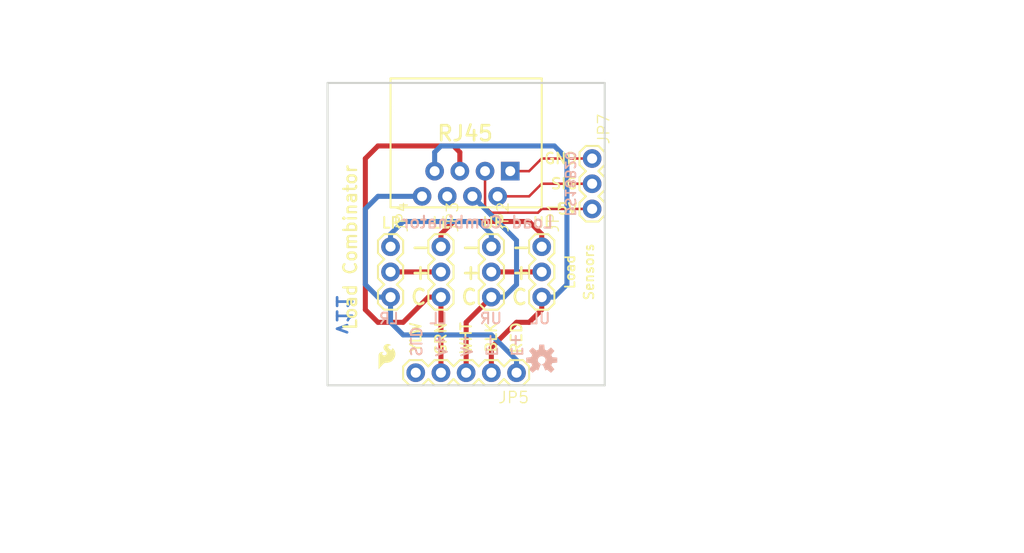
<source format=kicad_pcb>
(kicad_pcb (version 20211014) (generator pcbnew)
  (layers (0 "F.Cu" signal) (31 "B.Cu" signal) (34 "B.Paste" user) (35 "F.Paste" user) (36 "B.SilkS" user "B.Silkscreen") (37 "F.SilkS" user "F.Silkscreen") (38 "B.Mask" user) (39 "F.Mask" user) (44 "Edge.Cuts" user))
  (net 0 "")
  (net 1 "N$1")
  (net 2 "N$2")
  (net 3 "N$3")
  (net 4 "N$4")
  (net 5 "E+")
  (net 6 "A+")
  (net 7 "A-")
  (net 8 "E-")
  (net 9 "5V")
  (net 10 "TEMP_DAT")
  (net 11 "GND")
  (footprint "boardEagle:SFE_LOGO_FLAME_.1" (layer "F.Cu") (at 139.3571 118.9736)
    (fp_text reference "LOGO3" hide)
    (fp_text value "SFE_LOGO_FLAME.1_INCH" hide)
    (fp_poly (pts (xy 1.401686 -2.874747) (xy 1.542639 -2.804271) (xy 1.583284 -2.773787) (xy 1.602071 -2.755) (xy 1.57882 -2.755) (xy 1.55882 -2.765) (xy 1.500617 -2.765) (xy 1.461097 -2.75512) (xy 1.411636 -2.745228) (xy 1.37264 -2.72573) (xy 1.333685 -2.696514) (xy 1.314332 -2.667484) (xy 1.30463 -2.64808) (xy 1.295 -2.61919) (xy 1.295 -2.560617) (xy 1.304641 -2.522052) (xy 1.343884 -2.463188) (xy 1.403288 -2.403784) (xy 1.442888 -2.374084) (xy 1.472516 -2.354332) (xy 1.511743 -2.334719) (xy 1.590617 -2.315) (xy 1.61919 -2.315) (xy 1.647297 -2.324369) (xy 1.675892 -2.352964) (xy 1.68537 -2.37192) (xy 1.695 -2.40081) (xy 1.695 -2.499021) (xy 1.78326 -2.443859) (xy 1.864003 -2.353022) (xy 1.934549 -2.242165) (xy 1.984851 -2.091257) (xy 2.015027 -1.930319) (xy 2.004962 -1.759209) (xy 1.954676 -1.56812) (xy 1.854184 -1.387235) (xy 1.783756 -1.296685) (xy 1.703418 -1.216347) (xy 1.622956 -1.145943) (xy 1.522229 -1.085506) (xy 1.421591 -1.045251) (xy 1.311072 -1.01511) (xy 1.190414 -0.995) (xy 1.000414 -0.995) (xy 0.941757 -0.985224) (xy 0.843104 -0.926032) (xy 0.743664 -0.826592) (xy 0.623671 -0.6866) (xy 0.503691 -0.566619) (xy 0.453696 -0.506625) (xy 0.403968 -0.456896) (xy 0.373971 -0.4069) (xy 0.315 -0.347929) (xy 0.315 -1.730311) (xy 0.325086 -1.811003) (xy 0.345373 -1.882007) (xy 0.406175 -1.983343) (xy 0.456938 -2.023953) (xy 0.497529 -2.054397) (xy 0.548569 -2.074813) (xy 0.599098 -2.084919) (xy 0.659586 -2.095) (xy 0.78118 -2.095) (xy 0.828441 -2.07137) (xy 0.812962 -2.055891) (xy 0.771918 -2.035369) (xy 0.742703 -2.025631) (xy 0.684369 -1.967297) (xy 0.675 -1.93919) (xy 0.675 -1.90081) (xy 0.684531 -1.872218) (xy 0.703884 -1.843188) (xy 0.762812 -1.78426) (xy 0.811428 -1.764814) (xy 0.860496 -1.755) (xy 0.939383 -1.755) (xy 1.017948 -1.774641) (xy 1.076582 -1.813731) (xy 1.115539 -1.862427) (xy 1.135 -1.92081) (xy 1.135 -1.989092) (xy 1.105698 -2.06723) (xy 1.036361 -2.136568) (xy 0.95625 -2.226693) (xy 0.885887 -2.307107) (xy 0.835277 -2.398207) (xy 0.815 -2.489451) (xy 0.815 -2.570811) (xy 0.845445 -2.662146) (xy 0.89623 -2.743402) (xy 0.98725 -2.814195) (xy 1.098313 -2.874775) (xy 1.209549 -2.895) (xy 1.310549 -2.895)) (layer "F.SilkS") (width 0) (fill solid))
  )
  (footprint "boardEagle:STAND-OFF" (layer "F.Cu") (at 159.9311 92.3036 180)
    (fp_text reference "STANDOFF1" hide)
    (fp_text value "STAND-OFF" hide)
    (pad "" np_thru_hole circle (at 0 0 180) (size 3.302 3.302) (drill 3.302) (layers *.Cu *.Mask))
  )
  (footprint "boardEagle:CREATIVE_COMMONS" (layer "F.Cu") (at 121.8311 131.6736)
    (fp_text reference "FRAME1" hide)
    (fp_text value "" hide)
  )
  (footprint "boardEagle:1X03" (layer "F.Cu") (at 161.2011 97.3836 -90)
    (fp_text reference "JP7" (at -1.3462 -1.8288 -90) (layer "F.SilkS") (effects (font (size 1.143 1.143) (thickness 0.127)) (justify left bottom)))
    (fp_text value "")
    (fp_line (start 5.715 -1.27) (end 6.35 -0.635) (layer "F.SilkS") (width 0.2032))
    (fp_line (start 1.905 1.27) (end 1.27 0.635) (layer "F.SilkS") (width 0.2032))
    (fp_line (start 1.27 -0.635) (end 1.905 -1.27) (layer "F.SilkS") (width 0.2032))
    (fp_line (start -1.27 0.635) (end -0.635 1.27) (layer "F.SilkS") (width 0.2032))
    (fp_line (start 6.35 0.635) (end 5.715 1.27) (layer "F.SilkS") (width 0.2032))
    (fp_line (start -0.635 -1.27) (end 0.635 -1.27) (layer "F.SilkS") (width 0.2032))
    (fp_line (start 1.905 -1.27) (end 3.175 -1.27) (layer "F.SilkS") (width 0.2032))
    (fp_line (start 3.175 1.27) (end 1.905 1.27) (layer "F.SilkS") (width 0.2032))
    (fp_line (start -0.635 -1.27) (end -1.27 -0.635) (layer "F.SilkS") (width 0.2032))
    (fp_line (start 3.81 0.635) (end 3.175 1.27) (layer "F.SilkS") (width 0.2032))
    (fp_line (start 4.445 1.27) (end 3.81 0.635) (layer "F.SilkS") (width 0.2032))
    (fp_line (start -1.27 -0.635) (end -1.27 0.635) (layer "F.SilkS") (width 0.2032))
    (fp_line (start 4.445 -1.27) (end 5.715 -1.27) (layer "F.SilkS") (width 0.2032))
    (fp_line (start 6.35 -0.635) (end 6.35 0.635) (layer "F.SilkS") (width 0.2032))
    (fp_line (start 0.635 -1.27) (end 1.27 -0.635) (layer "F.SilkS") (width 0.2032))
    (fp_line (start 1.27 0.635) (end 0.635 1.27) (layer "F.SilkS") (width 0.2032))
    (fp_line (start 3.175 -1.27) (end 3.81 -0.635) (layer "F.SilkS") (width 0.2032))
    (fp_line (start 0.635 1.27) (end -0.635 1.27) (layer "F.SilkS") (width 0.2032))
    (fp_line (start 5.715 1.27) (end 4.445 1.27) (layer "F.SilkS") (width 0.2032))
    (fp_line (start 3.81 -0.635) (end 4.445 -1.27) (layer "F.SilkS") (width 0.2032))
    (pad "1" thru_hole circle (at 0 0) (size 1.8796 1.8796) (drill 1.016) (layers *.Cu *.Mask) (net 11 "GND"))
    (pad "2" thru_hole circle (at 2.54 0) (size 1.8796 1.8796) (drill 1.016) (layers *.Cu *.Mask) (net 10 "TEMP_DAT"))
    (pad "3" thru_hole circle (at 5.08 0) (size 1.8796 1.8796) (drill 1.016) (layers *.Cu *.Mask) (net 9 "5V"))
  )
  (footprint "boardEagle:1X03" (layer "F.Cu") (at 140.8811 106.2736 -90)
    (fp_text reference "JP4" (at -1.3462 -1.8288 -90) (layer "F.SilkS") (effects (font (size 1.143 1.143) (thickness 0.127)) (justify left bottom)))
    (fp_text value "LR")
    (fp_line (start 6.35 -0.635) (end 6.35 0.635) (layer "F.SilkS") (width 0.2032))
    (fp_line (start -0.635 -1.27) (end 0.635 -1.27) (layer "F.SilkS") (width 0.2032))
    (fp_line (start 0.635 1.27) (end -0.635 1.27) (layer "F.SilkS") (width 0.2032))
    (fp_line (start -1.27 -0.635) (end -1.27 0.635) (layer "F.SilkS") (width 0.2032))
    (fp_line (start 3.81 -0.635) (end 4.445 -1.27) (layer "F.SilkS") (width 0.2032))
    (fp_line (start 1.905 -1.27) (end 3.175 -1.27) (layer "F.SilkS") (width 0.2032))
    (fp_line (start 5.715 1.27) (end 4.445 1.27) (layer "F.SilkS") (width 0.2032))
    (fp_line (start 3.175 -1.27) (end 3.81 -0.635) (layer "F.SilkS") (width 0.2032))
    (fp_line (start 4.445 -1.27) (end 5.715 -1.27) (layer "F.SilkS") (width 0.2032))
    (fp_line (start 5.715 -1.27) (end 6.35 -0.635) (layer "F.SilkS") (width 0.2032))
    (fp_line (start -0.635 -1.27) (end -1.27 -0.635) (layer "F.SilkS") (width 0.2032))
    (fp_line (start 1.27 -0.635) (end 1.905 -1.27) (layer "F.SilkS") (width 0.2032))
    (fp_line (start 6.35 0.635) (end 5.715 1.27) (layer "F.SilkS") (width 0.2032))
    (fp_line (start 0.635 -1.27) (end 1.27 -0.635) (layer "F.SilkS") (width 0.2032))
    (fp_line (start 4.445 1.27) (end 3.81 0.635) (layer "F.SilkS") (width 0.2032))
    (fp_line (start 1.27 0.635) (end 0.635 1.27) (layer "F.SilkS") (width 0.2032))
    (fp_line (start 3.81 0.635) (end 3.175 1.27) (layer "F.SilkS") (width 0.2032))
    (fp_line (start -1.27 0.635) (end -0.635 1.27) (layer "F.SilkS") (width 0.2032))
    (fp_line (start 1.905 1.27) (end 1.27 0.635) (layer "F.SilkS") (width 0.2032))
    (fp_line (start 3.175 1.27) (end 1.905 1.27) (layer "F.SilkS") (width 0.2032))
    (pad "1" thru_hole circle (at 0 0) (size 1.8796 1.8796) (drill 1.016) (layers *.Cu *.Mask) (net 1 "N$1"))
    (pad "2" thru_hole circle (at 2.54 0) (size 1.8796 1.8796) (drill 1.016) (layers *.Cu *.Mask) (net 3 "N$3"))
    (pad "3" thru_hole circle (at 5.08 0) (size 1.8796 1.8796) (drill 1.016) (layers *.Cu *.Mask) (net 5 "E+"))
  )
  (footprint "boardEagle:STAND-OFF" (layer "F.Cu") (at 137.0711 117.7036 180)
    (fp_text reference "STANDOFF4" hide)
    (fp_text value "STAND-OFF" hide)
    (pad "" np_thru_hole circle (at 0 0 180) (size 3.302 3.302) (drill 3.302) (layers *.Cu *.Mask))
  )
  (footprint "boardEagle:STAND-OFF" (layer "F.Cu") (at 137.0711 92.3036 180)
    (fp_text reference "STANDOFF2" hide)
    (fp_text value "STAND-OFF" hide)
    (pad "" np_thru_hole circle (at 0 0 180) (size 3.302 3.302) (drill 3.302) (layers *.Cu *.Mask))
  )
  (footprint "boardEagle:1X03" (layer "F.Cu") (at 156.1211 106.2736 -90)
    (fp_text reference "JP1" (at -1.3462 -1.8288 -90) (layer "F.SilkS") (effects (font (size 1.143 1.143) (thickness 0.127)) (justify left bottom)))
    (fp_text value "UL")
    (fp_line (start 3.175 -1.27) (end 3.81 -0.635) (layer "F.SilkS") (width 0.2032))
    (fp_line (start -0.635 -1.27) (end -1.27 -0.635) (layer "F.SilkS") (width 0.2032))
    (fp_line (start 6.35 -0.635) (end 6.35 0.635) (layer "F.SilkS") (width 0.2032))
    (fp_line (start -1.27 -0.635) (end -1.27 0.635) (layer "F.SilkS") (width 0.2032))
    (fp_line (start 5.715 -1.27) (end 6.35 -0.635) (layer "F.SilkS") (width 0.2032))
    (fp_line (start 4.445 1.27) (end 3.81 0.635) (layer "F.SilkS") (width 0.2032))
    (fp_line (start 6.35 0.635) (end 5.715 1.27) (layer "F.SilkS") (width 0.2032))
    (fp_line (start 1.905 1.27) (end 1.27 0.635) (layer "F.SilkS") (width 0.2032))
    (fp_line (start 4.445 -1.27) (end 5.715 -1.27) (layer "F.SilkS") (width 0.2032))
    (fp_line (start -0.635 -1.27) (end 0.635 -1.27) (layer "F.SilkS") (width 0.2032))
    (fp_line (start 3.81 0.635) (end 3.175 1.27) (layer "F.SilkS") (width 0.2032))
    (fp_line (start 0.635 1.27) (end -0.635 1.27) (layer "F.SilkS") (width 0.2032))
    (fp_line (start -1.27 0.635) (end -0.635 1.27) (layer "F.SilkS") (width 0.2032))
    (fp_line (start 0.635 -1.27) (end 1.27 -0.635) (layer "F.SilkS") (width 0.2032))
    (fp_line (start 1.27 0.635) (end 0.635 1.27) (layer "F.SilkS") (width 0.2032))
    (fp_line (start 1.27 -0.635) (end 1.905 -1.27) (layer "F.SilkS") (width 0.2032))
    (fp_line (start 3.81 -0.635) (end 4.445 -1.27) (layer "F.SilkS") (width 0.2032))
    (fp_line (start 3.175 1.27) (end 1.905 1.27) (layer "F.SilkS") (width 0.2032))
    (fp_line (start 5.715 1.27) (end 4.445 1.27) (layer "F.SilkS") (width 0.2032))
    (fp_line (start 1.905 -1.27) (end 3.175 -1.27) (layer "F.SilkS") (width 0.2032))
    (pad "1" thru_hole circle (at 0 0) (size 1.8796 1.8796) (drill 1.016) (layers *.Cu *.Mask) (net 2 "N$2"))
    (pad "2" thru_hole circle (at 2.54 0) (size 1.8796 1.8796) (drill 1.016) (layers *.Cu *.Mask) (net 4 "N$4"))
    (pad "3" thru_hole circle (at 5.08 0) (size 1.8796 1.8796) (drill 1.016) (layers *.Cu *.Mask) (net 8 "E-"))
  )
  (footprint "boardEagle:STAND-OFF" (layer "F.Cu") (at 159.9311 117.7036 180)
    (fp_text reference "STANDOFF3" hide)
    (fp_text value "STAND-OFF" hide)
    (pad "" np_thru_hole circle (at 0 0 180) (size 3.302 3.302) (drill 3.302) (layers *.Cu *.Mask))
  )
  (footprint "boardEagle:1X03" (layer "F.Cu") (at 151.0411 106.2736 -90)
    (fp_text reference "JP2" (at -1.3462 -1.8288 -90) (layer "F.SilkS") (effects (font (size 1.143 1.143) (thickness 0.127)) (justify left bottom)))
    (fp_text value "UR")
    (fp_line (start 1.27 -0.635) (end 1.905 -1.27) (layer "F.SilkS") (width 0.2032))
    (fp_line (start 5.715 1.27) (end 4.445 1.27) (layer "F.SilkS") (width 0.2032))
    (fp_line (start 1.905 -1.27) (end 3.175 -1.27) (layer "F.SilkS") (width 0.2032))
    (fp_line (start 0.635 1.27) (end -0.635 1.27) (layer "F.SilkS") (width 0.2032))
    (fp_line (start 4.445 1.27) (end 3.81 0.635) (layer "F.SilkS") (width 0.2032))
    (fp_line (start 3.175 -1.27) (end 3.81 -0.635) (layer "F.SilkS") (width 0.2032))
    (fp_line (start -0.635 -1.27) (end -1.27 -0.635) (layer "F.SilkS") (width 0.2032))
    (fp_line (start -1.27 0.635) (end -0.635 1.27) (layer "F.SilkS") (width 0.2032))
    (fp_line (start 0.635 -1.27) (end 1.27 -0.635) (layer "F.SilkS") (width 0.2032))
    (fp_line (start 6.35 0.635) (end 5.715 1.27) (layer "F.SilkS") (width 0.2032))
    (fp_line (start 4.445 -1.27) (end 5.715 -1.27) (layer "F.SilkS") (width 0.2032))
    (fp_line (start 3.175 1.27) (end 1.905 1.27) (layer "F.SilkS") (width 0.2032))
    (fp_line (start 1.27 0.635) (end 0.635 1.27) (layer "F.SilkS") (width 0.2032))
    (fp_line (start -0.635 -1.27) (end 0.635 -1.27) (layer "F.SilkS") (width 0.2032))
    (fp_line (start 1.905 1.27) (end 1.27 0.635) (layer "F.SilkS") (width 0.2032))
    (fp_line (start 3.81 -0.635) (end 4.445 -1.27) (layer "F.SilkS") (width 0.2032))
    (fp_line (start 3.81 0.635) (end 3.175 1.27) (layer "F.SilkS") (width 0.2032))
    (fp_line (start 6.35 -0.635) (end 6.35 0.635) (layer "F.SilkS") (width 0.2032))
    (fp_line (start 5.715 -1.27) (end 6.35 -0.635) (layer "F.SilkS") (width 0.2032))
    (fp_line (start -1.27 -0.635) (end -1.27 0.635) (layer "F.SilkS") (width 0.2032))
    (pad "1" thru_hole circle (at 0 0) (size 1.8796 1.8796) (drill 1.016) (layers *.Cu *.Mask) (net 1 "N$1"))
    (pad "2" thru_hole circle (at 2.54 0) (size 1.8796 1.8796) (drill 1.016) (layers *.Cu *.Mask) (net 4 "N$4"))
    (pad "3" thru_hole circle (at 5.08 0) (size 1.8796 1.8796) (drill 1.016) (layers *.Cu *.Mask) (net 7 "A-"))
  )
  (footprint "boardEagle:RJ45-8" (layer "F.Cu") (at 148.5011 92.3036 180)
    (fp_text reference "JP6" hide)
    (fp_text value "RJ45" hide)
    (fp_line (start -7.62 3) (end 7.62 3) (layer "F.SilkS") (width 0.2032))
    (fp_line (start 7.62 -10) (end 7.62 3) (layer "F.SilkS") (width 0.2032))
    (fp_line (start -7.62 -10) (end 7.62 -10) (layer "F.SilkS") (width 0.2032))
    (fp_line (start -7.62 3) (end -7.62 -10) (layer "F.SilkS") (width 0.2032))
    (pad "" np_thru_hole circle (at -5.715 0 180) (size 3.2 3.2) (drill 3.2) (layers *.Cu *.Mask))
    (pad "" np_thru_hole circle (at 5.715 0 180) (size 3.2 3.2) (drill 3.2) (layers *.Cu *.Mask))
    (pad "1" thru_hole rect (at -4.445 -6.35 180) (size 1.8796 1.8796) (drill 1) (layers *.Cu *.Mask) (net 11 "GND"))
    (pad "2" thru_hole circle (at -3.175 -8.89 180) (size 1.8796 1.8796) (drill 1) (layers *.Cu *.Mask) (net 10 "TEMP_DAT"))
    (pad "3" thru_hole circle (at -1.905 -6.35 180) (size 1.8796 1.8796) (drill 1) (layers *.Cu *.Mask) (net 9 "5V"))
    (pad "4" thru_hole circle (at -0.635 -8.89 180) (size 1.8796 1.8796) (drill 1) (layers *.Cu *.Mask) (net 7 "A-"))
    (pad "5" thru_hole circle (at 0.635 -6.35 180) (size 1.8796 1.8796) (drill 1) (layers *.Cu *.Mask) (net 6 "A+"))
    (pad "6" thru_hole circle (at 1.905 -8.89 180) (size 1.8796 1.8796) (drill 1) (layers *.Cu *.Mask))
    (pad "7" thru_hole circle (at 3.175 -6.35 180) (size 1.8796 1.8796) (drill 1) (layers *.Cu *.Mask) (net 8 "E-"))
    (pad "8" thru_hole circle (at 4.445 -8.89 180) (size 1.8796 1.8796) (drill 1) (layers *.Cu *.Mask) (net 5 "E+"))
  )
  (footprint "boardEagle:1X05" (layer "F.Cu") (at 153.5811 118.9736 180)
    (fp_text reference "JP5" (at -1.3462 -1.8288 180) (layer "F.SilkS") (effects (font (size 1.143 1.143) (thickness 0.127)) (justify right top)))
    (fp_text value "")
    (fp_line (start 8.89 -0.635) (end 9.525 -1.27) (layer "F.SilkS") (width 0.2032))
    (fp_line (start 10.795 -1.27) (end 11.43 -0.635) (layer "F.SilkS") (width 0.2032))
    (fp_line (start 6.985 -1.27) (end 8.255 -1.27) (layer "F.SilkS") (width 0.2032))
    (fp_line (start 3.175 -1.27) (end 3.81 -0.635) (layer "F.SilkS") (width 0.2032))
    (fp_line (start -0.635 -1.27) (end -1.27 -0.635) (layer "F.SilkS") (width 0.2032))
    (fp_line (start -1.27 -0.635) (end -1.27 0.635) (layer "F.SilkS") (width 0.2032))
    (fp_line (start 0.635 1.27) (end -0.635 1.27) (layer "F.SilkS") (width 0.2032))
    (fp_line (start 8.89 0.635) (end 8.255 1.27) (layer "F.SilkS") (width 0.2032))
    (fp_line (start 11.43 -0.635) (end 11.43 0.635) (layer "F.SilkS") (width 0.2032))
    (fp_line (start 8.255 -1.27) (end 8.89 -0.635) (layer "F.SilkS") (width 0.2032))
    (fp_line (start 9.525 -1.27) (end 10.795 -1.27) (layer "F.SilkS") (width 0.2032))
    (fp_line (start 1.27 0.635) (end 0.635 1.27) (layer "F.SilkS") (width 0.2032))
    (fp_line (start 1.905 -1.27) (end 3.175 -1.27) (layer "F.SilkS") (width 0.2032))
    (fp_line (start 0.635 -1.27) (end 1.27 -0.635) (layer "F.SilkS") (width 0.2032))
    (fp_line (start 3.81 -0.635) (end 4.445 -1.27) (layer "F.SilkS") (width 0.2032))
    (fp_line (start 4.445 1.27) (end 3.81 0.635) (layer "F.SilkS") (width 0.2032))
    (fp_line (start 8.255 1.27) (end 6.985 1.27) (layer "F.SilkS") (width 0.2032))
    (fp_line (start -0.635 -1.27) (end 0.635 -1.27) (layer "F.SilkS") (width 0.2032))
    (fp_line (start 3.81 0.635) (end 3.175 1.27) (layer "F.SilkS") (width 0.2032))
    (fp_line (start 6.985 -1.27) (end 6.35 -0.635) (layer "F.SilkS") (width 0.2032))
    (fp_line (start 5.715 -1.27) (end 6.35 -0.635) (layer "F.SilkS") (width 0.2032))
    (fp_line (start 9.525 1.27) (end 8.89 0.635) (layer "F.SilkS") (width 0.2032))
    (fp_line (start 3.175 1.27) (end 1.905 1.27) (layer "F.SilkS") (width 0.2032))
    (fp_line (start 6.35 0.635) (end 5.715 1.27) (layer "F.SilkS") (width 0.2032))
    (fp_line (start 1.27 -0.635) (end 1.905 -1.27) (layer "F.SilkS") (width 0.2032))
    (fp_line (start 1.905 1.27) (end 1.27 0.635) (layer "F.SilkS") (width 0.2032))
    (fp_line (start 4.445 -1.27) (end 5.715 -1.27) (layer "F.SilkS") (width 0.2032))
    (fp_line (start -1.27 0.635) (end -0.635 1.27) (layer "F.SilkS") (width 0.2032))
    (fp_line (start 5.715 1.27) (end 4.445 1.27) (layer "F.SilkS") (width 0.2032))
    (fp_line (start 10.795 1.27) (end 9.525 1.27) (layer "F.SilkS") (width 0.2032))
    (fp_line (start 11.43 0.635) (end 10.795 1.27) (layer "F.SilkS") (width 0.2032))
    (fp_line (start 6.35 0.635) (end 6.985 1.27) (layer "F.SilkS") (width 0.2032))
    (pad "1" thru_hole circle (at 0 0 270) (size 1.8796 1.8796) (drill 1.016) (layers *.Cu *.Mask) (net 5 "E+"))
    (pad "2" thru_hole circle (at 2.54 0 270) (size 1.8796 1.8796) (drill 1.016) (layers *.Cu *.Mask) (net 8 "E-"))
    (pad "3" thru_hole circle (at 5.08 0 270) (size 1.8796 1.8796) (drill 1.016) (layers *.Cu *.Mask) (net 7 "A-"))
    (pad "4" thru_hole circle (at 7.62 0 270) (size 1.8796 1.8796) (drill 1.016) (layers *.Cu *.Mask) (net 6 "A+"))
    (pad "5" thru_hole circle (at 10.16 0 270) (size 1.8796 1.8796) (drill 1.016) (layers *.Cu *.Mask))
  )
  (footprint "boardEagle:1X03" (layer "F.Cu") (at 145.9611 106.2736 -90)
    (fp_text reference "JP3" (at -1.3462 -1.8288 -90) (layer "F.SilkS") (effects (font (size 1.143 1.143) (thickness 0.127)) (justify left bottom)))
    (fp_text value "LL")
    (fp_line (start -1.27 -0.635) (end -1.27 0.635) (layer "F.SilkS") (width 0.2032))
    (fp_line (start 5.715 1.27) (end 4.445 1.27) (layer "F.SilkS") (width 0.2032))
    (fp_line (start 6.35 0.635) (end 5.715 1.27) (layer "F.SilkS") (width 0.2032))
    (fp_line (start 0.635 -1.27) (end 1.27 -0.635) (layer "F.SilkS") (width 0.2032))
    (fp_line (start -1.27 0.635) (end -0.635 1.27) (layer "F.SilkS") (width 0.2032))
    (fp_line (start -0.635 -1.27) (end 0.635 -1.27) (layer "F.SilkS") (width 0.2032))
    (fp_line (start 4.445 -1.27) (end 5.715 -1.27) (layer "F.SilkS") (width 0.2032))
    (fp_line (start 4.445 1.27) (end 3.81 0.635) (layer "F.SilkS") (width 0.2032))
    (fp_line (start -0.635 -1.27) (end -1.27 -0.635) (layer "F.SilkS") (width 0.2032))
    (fp_line (start 5.715 -1.27) (end 6.35 -0.635) (layer "F.SilkS") (width 0.2032))
    (fp_line (start 1.27 0.635) (end 0.635 1.27) (layer "F.SilkS") (width 0.2032))
    (fp_line (start 1.905 1.27) (end 1.27 0.635) (layer "F.SilkS") (width 0.2032))
    (fp_line (start 3.175 -1.27) (end 3.81 -0.635) (layer "F.SilkS") (width 0.2032))
    (fp_line (start 3.81 0.635) (end 3.175 1.27) (layer "F.SilkS") (width 0.2032))
    (fp_line (start 1.27 -0.635) (end 1.905 -1.27) (layer "F.SilkS") (width 0.2032))
    (fp_line (start 1.905 -1.27) (end 3.175 -1.27) (layer "F.SilkS") (width 0.2032))
    (fp_line (start 3.81 -0.635) (end 4.445 -1.27) (layer "F.SilkS") (width 0.2032))
    (fp_line (start 0.635 1.27) (end -0.635 1.27) (layer "F.SilkS") (width 0.2032))
    (fp_line (start 3.175 1.27) (end 1.905 1.27) (layer "F.SilkS") (width 0.2032))
    (fp_line (start 6.35 -0.635) (end 6.35 0.635) (layer "F.SilkS") (width 0.2032))
    (pad "1" thru_hole circle (at 0 0) (size 1.8796 1.8796) (drill 1.016) (layers *.Cu *.Mask) (net 2 "N$2"))
    (pad "2" thru_hole circle (at 2.54 0) (size 1.8796 1.8796) (drill 1.016) (layers *.Cu *.Mask) (net 3 "N$3"))
    (pad "3" thru_hole circle (at 5.08 0) (size 1.8796 1.8796) (drill 1.016) (layers *.Cu *.Mask) (net 6 "A+"))
  )
  (footprint "boardEagle:OSHW-LOGO-S" (layer "B.Cu") (at 156.1211 117.7036 180)
    (fp_text reference "U$7" hide)
    (fp_text value "OSHW-LOGOS" hide)
    (fp_poly (pts (xy 0.301647 1.061351) (xy 0.42347 1.022344) (xy 0.537177 0.963769) (xy 0.92862 1.282946) (xy 1.282946 0.92862) (xy 0.961035 0.533823) (xy 1.057046 0.302084) (xy 1.5638 0.250561) (xy 1.5638 -0.250561) (xy 1.057046 -0.302084) (xy 0.961035 -0.533823) (xy 1.282946 -0.92862) (xy 0.92862 -1.282946) (xy 0.537177 -0.96377) (xy 0.356601 -1.056794) (xy 0.088679 -0.410073) (xy 0.326262 -0.2176) (xy 0.373649 -0.121468) (xy 0.392729 -0.010339) (xy 0.379464 0.101634) (xy 0.334947 0.205229) (xy 0.262842 0.291918) (xy 0.169087 0.354561) (xy 0.061406 0.387999) (xy -0.051342 0.38948) (xy -0.159868 0.358881) (xy -0.255234 0.298724) (xy -0.329589 0.213962) (xy -0.376813 0.111569) (xy -0.392176 0.005767) (xy -0.322923 -0.222565) (xy -0.249312 -0.303773) (xy 0.091677 -0.5081) (xy -0.12929 -0.5081) (xy -0.355332 -1.053732) (xy -0.506597 -0.983577) (xy -0.538922 -0.965192) (xy -0.92862 -1.282946) (xy -1.282946 -0.92862) (xy -0.961035 -0.533823) (xy -1.057046 -0.302084) (xy -1.5638 -0.250561) (xy -1.5638 0.250561) (xy -1.057046 0.302084) (xy -0.961035 0.533823) (xy -1.282946 0.92862) (xy -0.92862 1.282946) (xy -0.533823 0.961035) (xy -0.302084 1.057046) (xy -0.250561 1.5638) (xy 0.250561 1.5638)) (layer "B.SilkS") (width 0) (fill solid))
  )
  (gr_line (start 134.5311 120.2436) (end 134.5311 89.7636) (layer "Edge.Cuts") (width 0.2032))
  (gr_line (start 162.4711 120.2436) (end 134.5311 120.2436) (layer "Edge.Cuts") (width 0.2032))
  (gr_line (start 162.4711 89.7636) (end 162.4711 120.2436) (layer "Edge.Cuts") (width 0.2032))
  (gr_line (start 134.5311 89.7636) (end 162.4711 89.7636) (layer "Edge.Cuts") (width 0.2032))
  (gr_text "v11" (at 135.2931 115.2906 -90) (layer "B.Cu") (effects (font (size 1.5113 1.5113) (thickness 0.2667)) (justify left bottom mirror)))
  (gr_text "UR" (at 149.7711 112.8776) (layer "B.SilkS") (effects (font (size 1.0795 1.0795) (thickness 0.1905)) (justify right top mirror)))
  (gr_text "E+" (at 152.9461 117.4496 -90) (layer "B.SilkS") (effects (font (size 1.0795 1.0795) (thickness 0.1905)) (justify left bottom mirror)))
  (gr_text "DS18B20" (at 159.5501 99.9236 -90) (layer "B.SilkS") (effects (font (size 0.97155 0.97155) (thickness 0.17145)) (justify top mirror)))
  (gr_text "E-" (at 150.4061 117.4496 -90) (layer "B.SilkS") (effects (font (size 1.0795 1.0795) (thickness 0.1905)) (justify left bottom mirror)))
  (gr_text "A-" (at 147.8661 117.4496 -90) (layer "B.SilkS") (effects (font (size 1.0795 1.0795) (thickness 0.1905)) (justify left bottom mirror)))
  (gr_text "SLD" (at 142.7861 117.4496 -90) (layer "B.SilkS") (effects (font (size 1.0795 1.0795) (thickness 0.1905)) (justify left bottom mirror)))
  (gr_text "LL" (at 144.6911 112.8776) (layer "B.SilkS") (effects (font (size 1.0795 1.0795) (thickness 0.1905)) (justify right top mirror)))
  (gr_text "Load Combinator" (at 157.3911 104.4956) (layer "B.SilkS") (effects (font (size 1.18745 1.18745) (thickness 0.20955)) (justify left bottom mirror)))
  (gr_text "LR" (at 139.6111 112.8776) (layer "B.SilkS") (effects (font (size 1.0795 1.0795) (thickness 0.1905)) (justify right top mirror)))
  (gr_text "A+" (at 145.3261 117.4496 -90) (layer "B.SilkS") (effects (font (size 1.0795 1.0795) (thickness 0.1905)) (justify left bottom mirror)))
  (gr_text "UL" (at 154.8511 112.8776) (layer "B.SilkS") (effects (font (size 1.0795 1.0795) (thickness 0.1905)) (justify right top mirror)))
  (gr_text "-" (at 142.7861 107.1626) (layer "F.SilkS") (effects (font (size 1.5113 1.5113) (thickness 0.2667)) (justify left bottom)))
  (gr_text "UL" (at 155.1051 104.4956) (layer "F.SilkS") (effects (font (size 1.0795 1.0795) (thickness 0.1905)) (justify left bottom)))
  (gr_text "C" (at 142.7861 112.2426) (layer "F.SilkS") (effects (font (size 1.5113 1.5113) (thickness 0.2667)) (justify left bottom)))
  (gr_text "Load" (at 158.4071 108.8136 90) (layer "F.SilkS") (effects (font (size 0.97155 0.97155) (thickness 0.17145)) (justify top)))
  (gr_text "Load Combinator" (at 137.5791 114.7826 90) (layer "F.SilkS") (effects (font (size 1.2954 1.2954) (thickness 0.2286)) (justify left bottom)))
  (gr_text "YLW" (at 142.7861 113.7666 90) (layer "F.SilkS") (effects (font (size 1.0795 1.0795) (thickness 0.1905)) (justify right top)))
  (gr_text "+" (at 147.8661 109.7026) (layer "F.SilkS") (effects (font (size 1.5113 1.5113) (thickness 0.2667)) (justify left bottom)))
  (gr_text "UR" (at 150.0251 104.4956) (layer "F.SilkS") (effects (font (size 1.0795 1.0795) (thickness 0.1905)) (justify left bottom)))
  (gr_text "+" (at 152.9461 109.7026) (layer "F.SilkS") (effects (font (size 1.5113 1.5113) (thickness 0.2667)) (justify left bottom)))
  (gr_text "C" (at 152.9461 112.2426) (layer "F.SilkS") (effects (font (size 1.5113 1.5113) (thickness 0.2667)) (justify left bottom)))
  (gr_text "C" (at 147.8661 112.2426) (layer "F.SilkS") (effects (font (size 1.5113 1.5113) (thickness 0.2667)) (justify left bottom)))
  (gr_text "BLK" (at 150.4061 113.7666 90) (layer "F.SilkS") (effects (font (size 1.0795 1.0795) (thickness 0.1905)) (justify right top)))
  (gr_text "LL" (at 144.9451 104.4956) (layer "F.SilkS") (effects (font (size 1.0795 1.0795) (thickness 0.1905)) (justify left bottom)))
  (gr_text "RJ45" (at 145.4531 95.7326) (layer "F.SilkS") (effects (font (size 1.5113 1.5113) (thickness 0.2667)) (justify left bottom)))
  (gr_text "WHT" (at 147.8661 113.7666 90) (layer "F.SilkS") (effects (font (size 1.0795 1.0795) (thickness 0.1905)) (justify right top)))
  (gr_text "Sensors" (at 160.3121 108.8136 90) (layer "F.SilkS") (effects (font (size 0.97155 0.97155) (thickness 0.17145)) (justify top)))
  (gr_text "-" (at 147.8661 107.1626) (layer "F.SilkS") (effects (font (size 1.5113 1.5113) (thickness 0.2667)) (justify left bottom)))
  (gr_text "5V" (at 159.8041 101.8286) (layer "F.SilkS") (effects (font (size 1.0795 1.0795) (thickness 0.1905)) (justify right top)))
  (gr_text "SIG" (at 159.8041 99.2886) (layer "F.SilkS") (effects (font (size 1.0795 1.0795) (thickness 0.1905)) (justify right top)))
  (gr_text "GRN" (at 145.3261 113.7666 90) (layer "F.SilkS") (effects (font (size 1.0795 1.0795) (thickness 0.1905)) (justify right top)))
  (gr_text "GND" (at 159.8041 96.7486) (layer "F.SilkS") (effects (font (size 1.0795 1.0795) (thickness 0.1905)) (justify right top)))
  (gr_text "RED" (at 152.9461 113.7666 90) (layer "F.SilkS") (effects (font (size 1.0795 1.0795) (thickness 0.1905)) (justify right top)))
  (gr_text "-" (at 152.9461 107.1626) (layer "F.SilkS") (effects (font (size 1.5113 1.5113) (thickness 0.2667)) (justify left bottom)))
  (gr_text "+" (at 142.7861 109.7026) (layer "F.SilkS") (effects (font (size 1.5113 1.5113) (thickness 0.2667)) (justify left bottom)))
  (gr_text "LR" (at 139.8651 104.4956) (layer "F.SilkS") (effects (font (size 1.0795 1.0795) (thickness 0.1905)) (justify left bottom)))
  (segment (start 151.0411 105.0036) (end 151.0411 106.2736) (width 0.508) (layer "B.Cu") (net 1))
  (segment (start 140.8811 106.2736) (end 140.8811 105.0036) (width 0.508) (layer "B.Cu") (net 1))
  (segment (start 140.8811 105.0036) (end 142.1511 103.7336) (width 0.508) (layer "B.Cu") (net 1))
  (segment (start 149.7711 103.7336) (end 151.0411 105.0036) (width 0.508) (layer "B.Cu") (net 1))
  (segment (start 142.1511 103.7336) (end 149.7711 103.7336) (width 0.508) (layer "B.Cu") (net 1))
  (segment (start 156.1211 106.2736) (end 156.1211 105.0036) (width 0.508) (layer "F.Cu") (net 2))
  (segment (start 154.8511 103.7336) (end 147.2311 103.7336) (width 0.508) (layer "F.Cu") (net 2))
  (segment (start 145.9611 105.0036) (end 145.9611 106.2736) (width 0.508) (layer "F.Cu") (net 2))
  (segment (start 156.1211 105.0036) (end 154.8511 103.7336) (width 0.508) (layer "F.Cu") (net 2))
  (segment (start 147.2311 103.7336) (end 145.9611 105.0036) (width 0.508) (layer "F.Cu") (net 2))
  (segment (start 140.8811 108.8136) (end 145.9611 108.8136) (width 0.508) (layer "F.Cu") (net 3))
  (segment (start 151.0411 108.8136) (end 156.1211 108.8136) (width 0.508) (layer "F.Cu") (net 4))
  (segment (start 139.6111 101.1936) (end 144.0561 101.1936) (width 0.508) (layer "B.Cu") (net 5))
  (segment (start 138.3411 110.0836) (end 138.3411 102.4636) (width 0.508) (layer "B.Cu") (net 5))
  (segment (start 139.6111 111.3536) (end 138.3411 110.0836) (width 0.508) (layer "B.Cu") (net 5))
  (segment (start 138.3411 102.4636) (end 139.6111 101.1936) (width 0.508) (layer "B.Cu") (net 5))
  (segment (start 153.5811 117.7036) (end 153.5811 118.9736) (width 0.508) (layer "B.Cu") (net 5))
  (segment (start 142.1511 115.1636) (end 140.8811 113.8936) (width 0.508) (layer "B.Cu") (net 5))
  (segment (start 140.8811 111.3536) (end 139.6111 111.3536) (width 0.508) (layer "B.Cu") (net 5))
  (segment (start 140.8811 113.8936) (end 140.8811 111.3536) (width 0.508) (layer "B.Cu") (net 5))
  (segment (start 151.0411 115.1636) (end 142.1511 115.1636) (width 0.508) (layer "B.Cu") (net 5))
  (segment (start 151.0411 115.1636) (end 153.5811 117.7036) (width 0.508) (layer "B.Cu") (net 5))
  (segment (start 138.3411 112.6236) (end 138.3411 97.3836) (width 0.508) (layer "F.Cu") (net 6))
  (segment (start 142.1511 113.8936) (end 139.6111 113.8936) (width 0.508) (layer "F.Cu") (net 6))
  (segment (start 147.8661 98.6536) (end 147.8661 96.7486) (width 0.508) (layer "F.Cu") (net 6))
  (segment (start 145.9611 111.3536) (end 145.9611 118.9736) (width 0.508) (layer "F.Cu") (net 6))
  (segment (start 139.6111 113.8936) (end 138.3411 112.6236) (width 0.508) (layer "F.Cu") (net 6))
  (segment (start 144.6911 111.3536) (end 142.1511 113.8936) (width 0.508) (layer "F.Cu") (net 6))
  (segment (start 139.6111 96.1136) (end 147.2311 96.1136) (width 0.508) (layer "F.Cu") (net 6))
  (segment (start 147.8661 96.7486) (end 147.2311 96.1136) (width 0.508) (layer "F.Cu") (net 6))
  (segment (start 145.9611 111.3536) (end 144.6911 111.3536) (width 0.508) (layer "F.Cu") (net 6))
  (segment (start 138.3411 97.3836) (end 139.6111 96.1136) (width 0.508) (layer "F.Cu") (net 6))
  (segment (start 148.5011 113.8936) (end 151.0411 111.3536) (width 0.508) (layer "F.Cu") (net 7))
  (segment (start 148.5011 118.9736) (end 148.5011 113.8936) (width 0.508) (layer "F.Cu") (net 7))
  (segment (start 149.1361 101.1936) (end 153.5811 105.6386) (width 0.508) (layer "B.Cu") (net 7))
  (segment (start 152.3111 111.3536) (end 153.5811 110.0836) (width 0.508) (layer "B.Cu") (net 7))
  (segment (start 153.5811 105.6386) (end 153.5811 110.0836) (width 0.508) (layer "B.Cu") (net 7))
  (segment (start 151.0411 111.3536) (end 152.3111 111.3536) (width 0.508) (layer "B.Cu") (net 7))
  (segment (start 154.8511 113.8936) (end 156.1211 112.6236) (width 0.508) (layer "F.Cu") (net 8))
  (segment (start 151.0411 116.4336) (end 151.0411 118.9736) (width 0.508) (layer "F.Cu") (net 8))
  (segment (start 153.5811 113.8936) (end 154.8511 113.8936) (width 0.508) (layer "F.Cu") (net 8))
  (segment (start 153.5811 113.8936) (end 151.0411 116.4336) (width 0.508) (layer "F.Cu") (net 8))
  (segment (start 156.1211 112.6236) (end 156.1211 111.3536) (width 0.508) (layer "F.Cu") (net 8))
  (segment (start 158.6611 97.3836) (end 157.3911 96.1136) (width 0.508) (layer "B.Cu") (net 8))
  (segment (start 158.6611 110.0836) (end 158.6611 97.3836) (width 0.508) (layer "B.Cu") (net 8))
  (segment (start 145.3261 98.6536) (end 145.3261 96.7486) (width 0.508) (layer "B.Cu") (net 8))
  (segment (start 157.3911 111.3536) (end 158.6611 110.0836) (width 0.508) (layer "B.Cu") (net 8))
  (segment (start 145.3261 96.7486) (end 145.9611 96.1136) (width 0.508) (layer "B.Cu") (net 8))
  (segment (start 157.3911 96.1136) (end 145.9611 96.1136) (width 0.508) (layer "B.Cu") (net 8))
  (segment (start 156.1211 111.3536) (end 157.3911 111.3536) (width 0.508) (layer "B.Cu") (net 8))
  (segment (start 150.4061 98.6536) (end 150.4061 102.2096) (width 0.254) (layer "F.Cu") (net 9))
  (segment (start 150.4061 102.2096) (end 151.0411 102.8446) (width 0.254) (layer "F.Cu") (net 9))
  (segment (start 151.0411 102.8446) (end 155.7401 102.8446) (width 0.254) (layer "F.Cu") (net 9))
  (segment (start 155.7401 102.8446) (end 156.1211 102.4636) (width 0.254) (layer "F.Cu") (net 9))
  (segment (start 156.1211 102.4636) (end 161.2011 102.4636) (width 0.254) (layer "F.Cu") (net 9))
  (segment (start 154.8511 101.1936) (end 156.1211 99.9236) (width 0.254) (layer "F.Cu") (net 10))
  (segment (start 156.1211 99.9236) (end 161.2011 99.9236) (width 0.254) (layer "F.Cu") (net 10))
  (segment (start 151.6761 101.1936) (end 154.8511 101.1936) (width 0.254) (layer "F.Cu") (net 10))
  (segment (start 156.1211 97.3836) (end 161.2011 97.3836) (width 0.254) (layer "F.Cu") (net 11))
  (segment (start 154.8511 98.6536) (end 156.1211 97.3836) (width 0.254) (layer "F.Cu") (net 11))
  (segment (start 152.9461 98.6536) (end 154.8511 98.6536) (width 0.254) (layer "F.Cu") (net 11))
)
</source>
